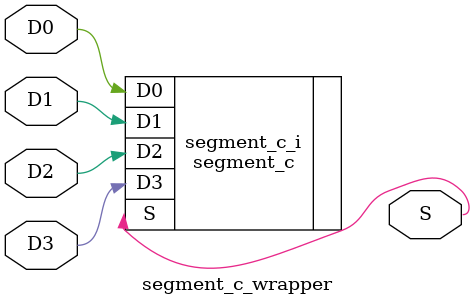
<source format=v>
`timescale 1 ps / 1 ps

module segment_c_wrapper
   (D0,
    D1,
    D2,
    D3,
    S);
  input D0;
  input D1;
  input D2;
  input D3;
  output S;

  wire D0;
  wire D1;
  wire D2;
  wire D3;
  wire S;

  segment_c segment_c_i
       (.D0(D0),
        .D1(D1),
        .D2(D2),
        .D3(D3),
        .S(S));
endmodule

</source>
